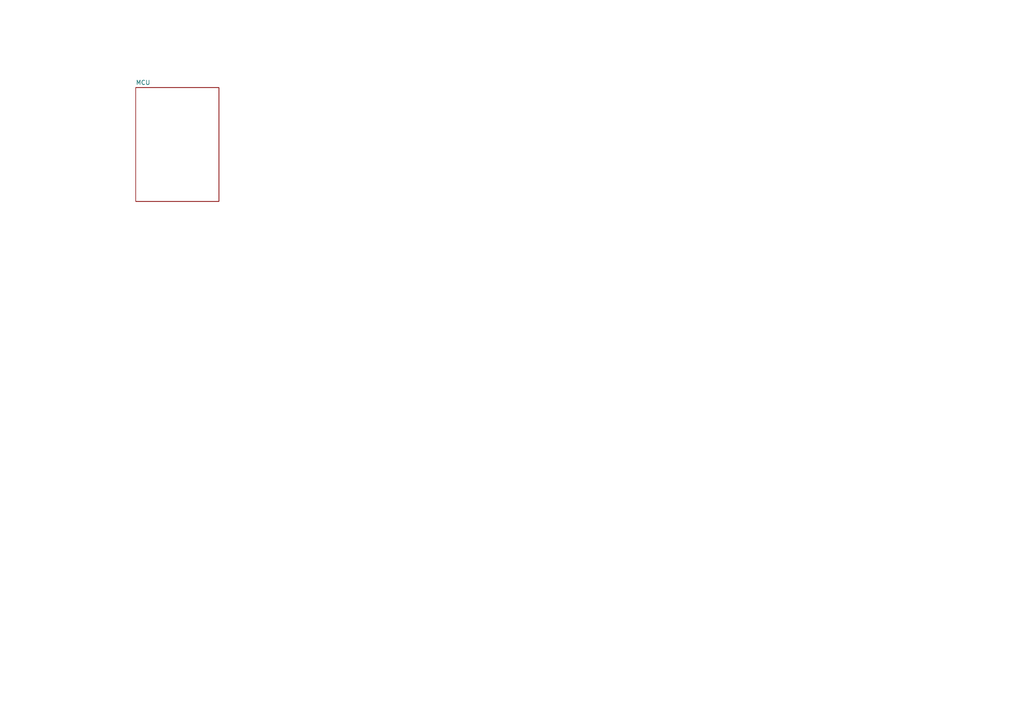
<source format=kicad_sch>
(kicad_sch
	(version 20231120)
	(generator "eeschema")
	(generator_version "8.0")
	(uuid "c9954d5a-b674-4741-ac6a-c02a25804145")
	(paper "A4")
	(lib_symbols)
	(sheet
		(at 39.37 25.4)
		(size 24.13 33.02)
		(fields_autoplaced yes)
		(stroke
			(width 0.1524)
			(type solid)
		)
		(fill
			(color 0 0 0 0.0000)
		)
		(uuid "d6bc9559-e0c0-42a5-ae30-f63f2432829d")
		(property "Sheetname" "MCU"
			(at 39.37 24.6884 0)
			(effects
				(font
					(size 1.27 1.27)
				)
				(justify left bottom)
			)
		)
		(property "Sheetfile" "MCU.kicad_sch"
			(at 39.37 59.0046 0)
			(effects
				(font
					(size 1.27 1.27)
				)
				(justify left top)
				(hide yes)
			)
		)
		(instances
			(project "LCR"
				(path "/c9954d5a-b674-4741-ac6a-c02a25804145"
					(page "2")
				)
			)
		)
	)
	(sheet_instances
		(path "/"
			(page "1")
		)
	)
)

</source>
